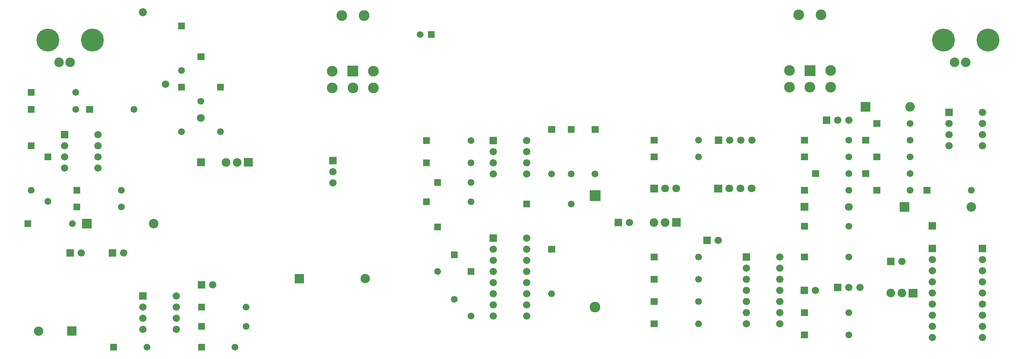
<source format=gbr>
G04 start of page 7 for group -4062 idx -4062 *
G04 Title: (unknown), soldermask *
G04 Creator: pcb 20110918 *
G04 CreationDate: Fri Mar  1 16:39:57 2013 UTC *
G04 For: fosse *
G04 Format: Gerber/RS-274X *
G04 PCB-Dimensions: 893500 333500 *
G04 PCB-Coordinate-Origin: lower left *
%MOIN*%
%FSLAX25Y25*%
%LNBOTTOMMASK*%
%ADD92C,0.0672*%
%ADD91C,0.0722*%
%ADD90C,0.0780*%
%ADD89C,0.2060*%
%ADD88C,0.0860*%
%ADD87C,0.0710*%
%ADD86C,0.0847*%
%ADD85C,0.0960*%
%ADD84C,0.0600*%
%ADD83C,0.0660*%
%ADD82C,0.0610*%
%ADD81C,0.0001*%
G54D81*G36*
X367950Y158550D02*Y152450D01*
X374050D01*
Y158550D01*
X367950D01*
G37*
G54D82*X411000Y155500D03*
Y190500D03*
Y173000D03*
Y210500D03*
G54D81*G36*
X377950Y136050D02*Y129950D01*
X384050D01*
Y136050D01*
X377950D01*
G37*
G36*
Y176050D02*Y169950D01*
X384050D01*
Y176050D01*
X377950D01*
G37*
G36*
X427700Y213800D02*Y207200D01*
X434300D01*
Y213800D01*
X427700D01*
G37*
G54D83*X431000Y200500D03*
Y190500D03*
Y180500D03*
G54D81*G36*
X367950Y193550D02*Y187450D01*
X374050D01*
Y193550D01*
X367950D01*
G37*
G36*
Y213550D02*Y207450D01*
X374050D01*
Y213550D01*
X367950D01*
G37*
G36*
X372500Y309000D02*Y303000D01*
X378500D01*
Y309000D01*
X372500D01*
G37*
G54D84*X365500Y306000D03*
G54D85*X295000Y323000D03*
X315000D03*
G54D81*G36*
X300200Y277800D02*Y268200D01*
X309800D01*
Y277800D01*
X300200D01*
G37*
G54D85*X323500Y273000D03*
X286500D03*
Y258000D03*
X305000D03*
X323500D03*
G54D81*G36*
X392950Y111050D02*Y104950D01*
X399050D01*
Y111050D01*
X392950D01*
G37*
G36*
X407950Y96050D02*Y89950D01*
X414050D01*
Y96050D01*
X407950D01*
G37*
G54D82*X411000Y53000D03*
G54D86*X316028Y86500D03*
G54D82*X381000Y93000D03*
X396000Y68000D03*
G54D81*G36*
X427700Y126300D02*Y119700D01*
X434300D01*
Y126300D01*
X427700D01*
G37*
G54D83*X431000Y113000D03*
Y103000D03*
Y93000D03*
Y83000D03*
Y73000D03*
Y63000D03*
Y53000D03*
G54D81*G36*
X772450Y229050D02*Y222950D01*
X778550D01*
Y229050D01*
X772450D01*
G37*
G54D82*X805500Y226000D03*
G54D81*G36*
X762450Y214050D02*Y207950D01*
X768550D01*
Y214050D01*
X762450D01*
G37*
G54D82*X805500Y211000D03*
Y196000D03*
G54D81*G36*
X727200Y232300D02*Y225700D01*
X733800D01*
Y232300D01*
X727200D01*
G37*
G36*
X707450Y136550D02*Y130450D01*
X713550D01*
Y136550D01*
X707450D01*
G37*
G36*
Y169050D02*Y162950D01*
X713550D01*
Y169050D01*
X707450D01*
G37*
G36*
X717450Y184050D02*Y177950D01*
X723550D01*
Y184050D01*
X717450D01*
G37*
G54D83*X740500Y229000D03*
X750500D03*
G54D82*Y133500D03*
Y211000D03*
Y166000D03*
Y181000D03*
G54D81*G36*
X707450Y199050D02*Y192950D01*
X713550D01*
Y199050D01*
X707450D01*
G37*
G54D82*X750500Y196000D03*
G54D81*G36*
X707450Y214050D02*Y207950D01*
X713550D01*
Y214050D01*
X707450D01*
G37*
G36*
X762450Y184050D02*Y177950D01*
X768550D01*
Y184050D01*
X762450D01*
G37*
G36*
X772450Y199050D02*Y192950D01*
X778550D01*
Y199050D01*
X772450D01*
G37*
G54D87*X750500Y151000D03*
G54D81*G36*
X796200Y155300D02*Y146700D01*
X804800D01*
Y155300D01*
X796200D01*
G37*
G36*
X761200Y245300D02*Y236700D01*
X769800D01*
Y245300D01*
X761200D01*
G37*
G54D88*X805500Y241000D03*
G54D81*G36*
X837200Y239300D02*Y232700D01*
X843800D01*
Y239300D01*
X837200D01*
G37*
G54D83*X840500Y226000D03*
Y216000D03*
Y206000D03*
G54D85*X705500Y323500D03*
G54D81*G36*
X710700Y278300D02*Y268700D01*
X720300D01*
Y278300D01*
X710700D01*
G37*
G54D85*X697000Y273500D03*
Y258500D03*
X715500D03*
X725500Y323500D03*
X734000Y273500D03*
Y258500D03*
G54D81*G36*
X817450Y169050D02*Y162950D01*
X823550D01*
Y169050D01*
X817450D01*
G37*
G54D82*X860500Y166000D03*
G54D81*G36*
X772450Y169050D02*Y162950D01*
X778550D01*
Y169050D01*
X772450D01*
G37*
G54D82*X805500Y166000D03*
Y181000D03*
G54D88*X860500Y151000D03*
G54D83*X870500Y206000D03*
Y216000D03*
Y226000D03*
Y236000D03*
G54D89*X835500Y301000D03*
X875500D03*
G54D88*X845500Y281000D03*
X855500D03*
G54D81*G36*
X822200Y137300D02*Y130700D01*
X828800D01*
Y137300D01*
X822200D01*
G37*
G36*
Y116800D02*Y110200D01*
X828800D01*
Y116800D01*
X822200D01*
G37*
G36*
X867200D02*Y110200D01*
X873800D01*
Y116800D01*
X867200D01*
G37*
G54D83*X870500Y103500D03*
Y93500D03*
Y83500D03*
Y73500D03*
X760500Y78500D03*
X825500Y73500D03*
G54D81*G36*
X804100Y77400D02*Y69600D01*
X811900D01*
Y77400D01*
X804100D01*
G37*
G54D90*X798000Y73500D03*
X788000D03*
G54D83*X870500Y63500D03*
X825500D03*
Y53500D03*
Y43500D03*
Y33500D03*
X870500Y53500D03*
Y43500D03*
Y33500D03*
G54D81*G36*
X784700Y105300D02*Y98700D01*
X791300D01*
Y105300D01*
X784700D01*
G37*
G54D83*X798000Y102000D03*
X825500Y103500D03*
Y93500D03*
Y83500D03*
G54D81*G36*
X629450Y171050D02*Y163950D01*
X636550D01*
Y171050D01*
X629450D01*
G37*
G54D87*X643000Y167500D03*
X653000D03*
X663000D03*
G54D81*G36*
X630200Y214300D02*Y207700D01*
X636800D01*
Y214300D01*
X630200D01*
G37*
G54D83*X643500Y211000D03*
X653500D03*
X663500D03*
G54D81*G36*
X572450Y214050D02*Y207950D01*
X578550D01*
Y214050D01*
X572450D01*
G37*
G54D82*X615500Y211000D03*
G54D81*G36*
X572450Y199050D02*Y192950D01*
X578550D01*
Y199050D01*
X572450D01*
G37*
G54D82*X615500Y196000D03*
G54D81*G36*
X707450Y39050D02*Y32950D01*
X713550D01*
Y39050D01*
X707450D01*
G37*
G54D82*X750500Y36000D03*
G54D83*Y78500D03*
G54D82*Y56000D03*
G54D81*G36*
X707450Y109050D02*Y102950D01*
X713550D01*
Y109050D01*
X707450D01*
G37*
G54D82*X750500Y106000D03*
G54D81*G36*
X706950Y154550D02*Y147450D01*
X714050D01*
Y154550D01*
X706950D01*
G37*
G36*
X707200Y79300D02*Y72700D01*
X713800D01*
Y79300D01*
X707200D01*
G37*
G54D83*X720500Y76000D03*
G54D81*G36*
X737200Y81800D02*Y75200D01*
X743800D01*
Y81800D01*
X737200D01*
G37*
G36*
X707450Y59050D02*Y52950D01*
X713550D01*
Y59050D01*
X707450D01*
G37*
G36*
X572450Y109050D02*Y102950D01*
X578550D01*
Y109050D01*
X572450D01*
G37*
G54D82*X615500Y106000D03*
G54D81*G36*
X572450Y89050D02*Y82950D01*
X578550D01*
Y89050D01*
X572450D01*
G37*
G54D82*X615500Y86000D03*
G54D81*G36*
X619700Y124300D02*Y117700D01*
X626300D01*
Y124300D01*
X619700D01*
G37*
G54D83*X633000Y121000D03*
G54D81*G36*
X480450Y116050D02*Y109950D01*
X486550D01*
Y116050D01*
X480450D01*
G37*
G36*
X571950Y171050D02*Y163950D01*
X579050D01*
Y171050D01*
X571950D01*
G37*
G54D87*X585500Y167500D03*
X595500D03*
G54D81*G36*
X591600Y140900D02*Y133100D01*
X599400D01*
Y140900D01*
X591600D01*
G37*
G54D90*X585500Y137000D03*
G54D81*G36*
X517700Y165800D02*Y156200D01*
X527300D01*
Y165800D01*
X517700D01*
G37*
G36*
X519450Y223550D02*Y217450D01*
X525550D01*
Y223550D01*
X519450D01*
G37*
G36*
X497950D02*Y217450D01*
X504050D01*
Y223550D01*
X497950D01*
G37*
G36*
X480450D02*Y217450D01*
X486550D01*
Y223550D01*
X480450D01*
G37*
G54D82*X522500Y180500D03*
X501000D03*
X483500D03*
G54D83*X461000D03*
Y190500D03*
Y200500D03*
Y210500D03*
G54D90*X575500Y137000D03*
G54D81*G36*
X457950Y156550D02*Y150450D01*
X464050D01*
Y156550D01*
X457950D01*
G37*
G54D82*X501000Y153500D03*
G54D81*G36*
X540200Y140300D02*Y133700D01*
X546800D01*
Y140300D01*
X540200D01*
G37*
G54D83*X553500Y137000D03*
G54D85*X522500Y61000D03*
G54D82*X483500Y73000D03*
G54D83*X461000Y53000D03*
Y63000D03*
Y73000D03*
Y83000D03*
Y93000D03*
Y103000D03*
Y113000D03*
Y123000D03*
G54D81*G36*
X572450Y69050D02*Y62950D01*
X578550D01*
Y69050D01*
X572450D01*
G37*
G36*
Y49050D02*Y42950D01*
X578550D01*
Y49050D01*
X572450D01*
G37*
G54D82*X615500Y66000D03*
Y46000D03*
G54D81*G36*
X655200Y109300D02*Y102700D01*
X661800D01*
Y109300D01*
X655200D01*
G37*
G54D83*X658500Y96000D03*
Y86000D03*
Y76000D03*
Y66000D03*
Y56000D03*
Y46000D03*
X688500D03*
Y56000D03*
Y66000D03*
Y76000D03*
Y86000D03*
Y96000D03*
Y106000D03*
G54D81*G36*
X165950Y28050D02*Y21950D01*
X172050D01*
Y28050D01*
X165950D01*
G37*
G54D82*X199000Y25000D03*
X209000Y43500D03*
G54D81*G36*
X65450Y241550D02*Y235450D01*
X71550D01*
Y241550D01*
X65450D01*
G37*
G54D82*X108500Y238500D03*
G54D81*G36*
X12950Y257050D02*Y250950D01*
X19050D01*
Y257050D01*
X12950D01*
G37*
G54D82*X56000Y254000D03*
G54D81*G36*
X12950Y241550D02*Y235450D01*
X19050D01*
Y241550D01*
X12950D01*
G37*
G54D82*X56000Y238500D03*
G54D91*X116351Y325795D03*
G54D92*X136823Y261228D03*
G54D89*X31000Y301000D03*
X71000D03*
G54D88*X41000Y281000D03*
X51000D03*
G54D82*X209000Y61000D03*
G54D81*G36*
X252736Y90737D02*Y82263D01*
X261210D01*
Y90737D01*
X252736D01*
G37*
G36*
X207100Y194900D02*Y187100D01*
X214900D01*
Y194900D01*
X207100D01*
G37*
G54D90*X201000Y191000D03*
X191000D03*
G54D81*G36*
X283700Y195800D02*Y189200D01*
X290300D01*
Y195800D01*
X283700D01*
G37*
G54D83*X287000Y182500D03*
Y172500D03*
G54D81*G36*
X164950Y194550D02*Y187450D01*
X172050D01*
Y194550D01*
X164950D01*
G37*
G54D87*X168500Y231000D03*
G54D81*G36*
X165450Y289050D02*Y282950D01*
X171550D01*
Y289050D01*
X165450D01*
G37*
G54D82*X168500Y246000D03*
G54D81*G36*
X147950Y316550D02*Y310450D01*
X154050D01*
Y316550D01*
X147950D01*
G37*
G54D82*X151000Y273500D03*
G54D81*G36*
X147950Y261550D02*Y255450D01*
X154050D01*
Y261550D01*
X147950D01*
G37*
G36*
X182950D02*Y255450D01*
X189050D01*
Y261550D01*
X182950D01*
G37*
G54D82*X186000Y218500D03*
X151000D03*
G54D81*G36*
X61700Y140300D02*Y131700D01*
X70300D01*
Y140300D01*
X61700D01*
G37*
G36*
X53950Y154050D02*Y147950D01*
X60050D01*
Y154050D01*
X53950D01*
G37*
G54D82*X53000Y136000D03*
G54D81*G36*
X47700Y112800D02*Y106200D01*
X54300D01*
Y112800D01*
X47700D01*
G37*
G36*
X12950Y209050D02*Y202950D01*
X19050D01*
Y209050D01*
X12950D01*
G37*
G36*
X9950Y139050D02*Y132950D01*
X16050D01*
Y139050D01*
X9950D01*
G37*
G54D82*X16000Y166000D03*
G54D81*G36*
X53950Y169050D02*Y162950D01*
X60050D01*
Y169050D01*
X53950D01*
G37*
G36*
X165950Y64050D02*Y57950D01*
X172050D01*
Y64050D01*
X165950D01*
G37*
G36*
X165700Y84300D02*Y77700D01*
X172300D01*
Y84300D01*
X165700D01*
G37*
G54D83*X179000Y81000D03*
G54D81*G36*
X165950Y46550D02*Y40450D01*
X172050D01*
Y46550D01*
X165950D01*
G37*
G54D83*X116500Y41000D03*
X146500D03*
G54D81*G36*
X86950Y28050D02*Y21950D01*
X93050D01*
Y28050D01*
X86950D01*
G37*
G54D82*X120000Y25000D03*
G54D81*G36*
X113200Y74300D02*Y67700D01*
X119800D01*
Y74300D01*
X113200D01*
G37*
G54D83*X116500Y61000D03*
Y51000D03*
X146500D03*
Y61000D03*
Y71000D03*
G54D81*G36*
X48263Y43737D02*Y35263D01*
X56737D01*
Y43737D01*
X48263D01*
G37*
G54D86*X22578Y39107D03*
G54D88*X126000Y136000D03*
G54D81*G36*
X27950Y199050D02*Y192950D01*
X34050D01*
Y199050D01*
X27950D01*
G37*
G54D82*X31000Y156000D03*
G54D81*G36*
X42700Y219300D02*Y212700D01*
X49300D01*
Y219300D01*
X42700D01*
G37*
G54D83*X46000Y206000D03*
Y196000D03*
Y186000D03*
G54D82*X97000Y166000D03*
G54D83*X76000Y186000D03*
Y196000D03*
Y206000D03*
Y216000D03*
G54D82*X97000Y151000D03*
G54D83*X61000Y109500D03*
G54D81*G36*
X85700Y112800D02*Y106200D01*
X92300D01*
Y112800D01*
X85700D01*
G37*
G54D83*X99000Y109500D03*
M02*

</source>
